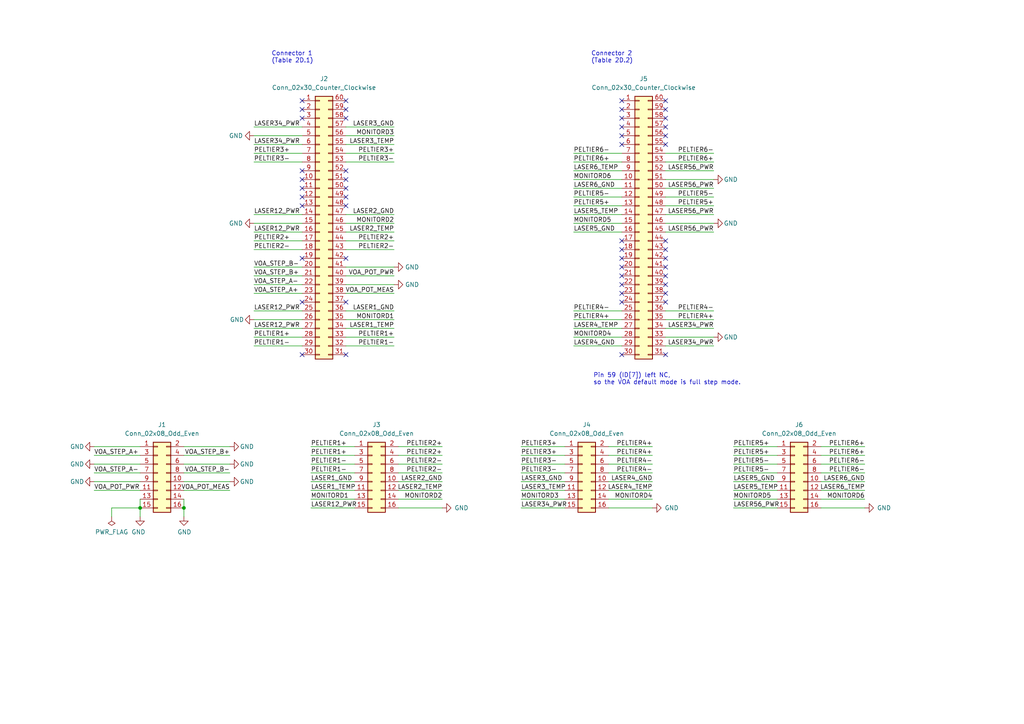
<source format=kicad_sch>
(kicad_sch (version 20230121) (generator eeschema)
  (paper "A4")
  (title_block (title "Cable board") (date "2023-06-27") (rev "3.0") (company "Designed by Márk Mihalik"))
  (lib_symbols
    (symbol "Connector_Generic:Conn_02x08_Odd_Even" (pin_names (offset 1.016) hide)
      (property "Reference" "J" (at 1.27 10.16 0))
      (property "Value" "Conn_02x08_Odd_Even" (at 1.27 -12.7 0))
      (symbol "Conn_02x08_Odd_Even_1_1"
        (rectangle (start -1.27 -10.033) (end 0 -10.287) (stroke (width 0.1524)))
        (rectangle (start -1.27 -7.493) (end 0 -7.747) (stroke (width 0.1524)))
        (rectangle (start -1.27 -4.953) (end 0 -5.207) (stroke (width 0.1524)))
        (rectangle (start -1.27 -2.413) (end 0 -2.667) (stroke (width 0.1524)))
        (rectangle (start -1.27 0.127) (end 0 -0.127) (stroke (width 0.1524)))
        (rectangle (start -1.27 2.667) (end 0 2.413) (stroke (width 0.1524)))
        (rectangle (start -1.27 5.207) (end 0 4.953) (stroke (width 0.1524)))
        (rectangle (start -1.27 7.747) (end 0 7.493) (stroke (width 0.1524)))
        (rectangle (start -1.27 8.89) (end 3.81 -11.43) (stroke (width 0.254)) (fill (type background)))
        (rectangle (start 3.81 -10.033) (end 2.54 -10.287) (stroke (width 0.1524)))
        (rectangle (start 3.81 -7.493) (end 2.54 -7.747) (stroke (width 0.1524)))
        (rectangle (start 3.81 -4.953) (end 2.54 -5.207) (stroke (width 0.1524)))
        (rectangle (start 3.81 -2.413) (end 2.54 -2.667) (stroke (width 0.1524)))
        (rectangle (start 3.81 0.127) (end 2.54 -0.127) (stroke (width 0.1524)))
        (rectangle (start 3.81 2.667) (end 2.54 2.413) (stroke (width 0.1524)))
        (rectangle (start 3.81 5.207) (end 2.54 4.953) (stroke (width 0.1524)))
        (rectangle (start 3.81 7.747) (end 2.54 7.493) (stroke (width 0.1524)))
        (pin passive line (at -5.08 7.62 0) (length 3.81) (name "Pin_1") (number "1"))
        (pin passive line (at 7.62 -2.54 180) (length 3.81) (name "Pin_10") (number "10"))
        (pin passive line (at -5.08 -5.08 0) (length 3.81) (name "Pin_11") (number "11"))
        (pin passive line (at 7.62 -5.08 180) (length 3.81) (name "Pin_12") (number "12"))
        (pin passive line (at -5.08 -7.62 0) (length 3.81) (name "Pin_13") (number "13"))
        (pin passive line (at 7.62 -7.62 180) (length 3.81) (name "Pin_14") (number "14"))
        (pin passive line (at -5.08 -10.16 0) (length 3.81) (name "Pin_15") (number "15"))
        (pin passive line (at 7.62 -10.16 180) (length 3.81) (name "Pin_16") (number "16"))
        (pin passive line (at 7.62 7.62 180) (length 3.81) (name "Pin_2") (number "2"))
        (pin passive line (at -5.08 5.08 0) (length 3.81) (name "Pin_3") (number "3"))
        (pin passive line (at 7.62 5.08 180) (length 3.81) (name "Pin_4") (number "4"))
        (pin passive line (at -5.08 2.54 0) (length 3.81) (name "Pin_5") (number "5"))
        (pin passive line (at 7.62 2.54 180) (length 3.81) (name "Pin_6") (number "6"))
        (pin passive line (at -5.08 0 0) (length 3.81) (name "Pin_7") (number "7"))
        (pin passive line (at 7.62 0 180) (length 3.81) (name "Pin_8") (number "8"))
        (pin passive line (at -5.08 -2.54 0) (length 3.81) (name "Pin_9") (number "9"))
      )
    )
    (symbol "Connector_Generic:Conn_02x30_Counter_Clockwise" (pin_names (offset 1.016) hide)
      (property "Reference" "J" (at 1.27 38.1 0))
      (property "Value" "Conn_02x30_Counter_Clockwise" (at 1.27 -40.64 0))
      (symbol "Conn_02x30_Counter_Clockwise_1_1"
        (rectangle (start -1.27 -37.973) (end 0 -38.227) (stroke (width 0.1524)))
        (rectangle (start -1.27 -35.433) (end 0 -35.687) (stroke (width 0.1524)))
        (rectangle (start -1.27 -32.893) (end 0 -33.147) (stroke (width 0.1524)))
        (rectangle (start -1.27 -30.353) (end 0 -30.607) (stroke (width 0.1524)))
        (rectangle (start -1.27 -27.813) (end 0 -28.067) (stroke (width 0.1524)))
        (rectangle (start -1.27 -25.273) (end 0 -25.527) (stroke (width 0.1524)))
        (rectangle (start -1.27 -22.733) (end 0 -22.987) (stroke (width 0.1524)))
        (rectangle (start -1.27 -20.193) (end 0 -20.447) (stroke (width 0.1524)))
        (rectangle (start -1.27 -17.653) (end 0 -17.907) (stroke (width 0.1524)))
        (rectangle (start -1.27 -15.113) (end 0 -15.367) (stroke (width 0.1524)))
        (rectangle (start -1.27 -12.573) (end 0 -12.827) (stroke (width 0.1524)))
        (rectangle (start -1.27 -10.033) (end 0 -10.287) (stroke (width 0.1524)))
        (rectangle (start -1.27 -7.493) (end 0 -7.747) (stroke (width 0.1524)))
        (rectangle (start -1.27 -4.953) (end 0 -5.207) (stroke (width 0.1524)))
        (rectangle (start -1.27 -2.413) (end 0 -2.667) (stroke (width 0.1524)))
        (rectangle (start -1.27 0.127) (end 0 -0.127) (stroke (width 0.1524)))
        (rectangle (start -1.27 2.667) (end 0 2.413) (stroke (width 0.1524)))
        (rectangle (start -1.27 5.207) (end 0 4.953) (stroke (width 0.1524)))
        (rectangle (start -1.27 7.747) (end 0 7.493) (stroke (width 0.1524)))
        (rectangle (start -1.27 10.287) (end 0 10.033) (stroke (width 0.1524)))
        (rectangle (start -1.27 12.827) (end 0 12.573) (stroke (width 0.1524)))
        (rectangle (start -1.27 15.367) (end 0 15.113) (stroke (width 0.1524)))
        (rectangle (start -1.27 17.907) (end 0 17.653) (stroke (width 0.1524)))
        (rectangle (start -1.27 20.447) (end 0 20.193) (stroke (width 0.1524)))
        (rectangle (start -1.27 22.987) (end 0 22.733) (stroke (width 0.1524)))
        (rectangle (start -1.27 25.527) (end 0 25.273) (stroke (width 0.1524)))
        (rectangle (start -1.27 28.067) (end 0 27.813) (stroke (width 0.1524)))
        (rectangle (start -1.27 30.607) (end 0 30.353) (stroke (width 0.1524)))
        (rectangle (start -1.27 33.147) (end 0 32.893) (stroke (width 0.1524)))
        (rectangle (start -1.27 35.687) (end 0 35.433) (stroke (width 0.1524)))
        (rectangle (start -1.27 36.83) (end 3.81 -39.37) (stroke (width 0.254)) (fill (type background)))
        (rectangle (start 3.81 -37.973) (end 2.54 -38.227) (stroke (width 0.1524)))
        (rectangle (start 3.81 -35.433) (end 2.54 -35.687) (stroke (width 0.1524)))
        (rectangle (start 3.81 -32.893) (end 2.54 -33.147) (stroke (width 0.1524)))
        (rectangle (start 3.81 -30.353) (end 2.54 -30.607) (stroke (width 0.1524)))
        (rectangle (start 3.81 -27.813) (end 2.54 -28.067) (stroke (width 0.1524)))
        (rectangle (start 3.81 -25.273) (end 2.54 -25.527) (stroke (width 0.1524)))
        (rectangle (start 3.81 -22.733) (end 2.54 -22.987) (stroke (width 0.1524)))
        (rectangle (start 3.81 -20.193) (end 2.54 -20.447) (stroke (width 0.1524)))
        (rectangle (start 3.81 -17.653) (end 2.54 -17.907) (stroke (width 0.1524)))
        (rectangle (start 3.81 -15.113) (end 2.54 -15.367) (stroke (width 0.1524)))
        (rectangle (start 3.81 -12.573) (end 2.54 -12.827) (stroke (width 0.1524)))
        (rectangle (start 3.81 -10.033) (end 2.54 -10.287) (stroke (width 0.1524)))
        (rectangle (start 3.81 -7.493) (end 2.54 -7.747) (stroke (width 0.1524)))
        (rectangle (start 3.81 -4.953) (end 2.54 -5.207) (stroke (width 0.1524)))
        (rectangle (start 3.81 -2.413) (end 2.54 -2.667) (stroke (width 0.1524)))
        (rectangle (start 3.81 0.127) (end 2.54 -0.127) (stroke (width 0.1524)))
        (rectangle (start 3.81 2.667) (end 2.54 2.413) (stroke (width 0.1524)))
        (rectangle (start 3.81 5.207) (end 2.54 4.953) (stroke (width 0.1524)))
        (rectangle (start 3.81 7.747) (end 2.54 7.493) (stroke (width 0.1524)))
        (rectangle (start 3.81 10.287) (end 2.54 10.033) (stroke (width 0.1524)))
        (rectangle (start 3.81 12.827) (end 2.54 12.573) (stroke (width 0.1524)))
        (rectangle (start 3.81 15.367) (end 2.54 15.113) (stroke (width 0.1524)))
        (rectangle (start 3.81 17.907) (end 2.54 17.653) (stroke (width 0.1524)))
        (rectangle (start 3.81 20.447) (end 2.54 20.193) (stroke (width 0.1524)))
        (rectangle (start 3.81 22.987) (end 2.54 22.733) (stroke (width 0.1524)))
        (rectangle (start 3.81 25.527) (end 2.54 25.273) (stroke (width 0.1524)))
        (rectangle (start 3.81 28.067) (end 2.54 27.813) (stroke (width 0.1524)))
        (rectangle (start 3.81 30.607) (end 2.54 30.353) (stroke (width 0.1524)))
        (rectangle (start 3.81 33.147) (end 2.54 32.893) (stroke (width 0.1524)))
        (rectangle (start 3.81 35.687) (end 2.54 35.433) (stroke (width 0.1524)))
        (pin passive line (at -5.08 35.56 0) (length 3.81) (name "Pin_1") (number "1"))
        (pin passive line (at -5.08 12.7 0) (length 3.81) (name "Pin_10") (number "10"))
        (pin passive line (at -5.08 10.16 0) (length 3.81) (name "Pin_11") (number "11"))
        (pin passive line (at -5.08 7.62 0) (length 3.81) (name "Pin_12") (number "12"))
        (pin passive line (at -5.08 5.08 0) (length 3.81) (name "Pin_13") (number "13"))
        (pin passive line (at -5.08 2.54 0) (length 3.81) (name "Pin_14") (number "14"))
        (pin passive line (at -5.08 0 0) (length 3.81) (name "Pin_15") (number "15"))
        (pin passive line (at -5.08 -2.54 0) (length 3.81) (name "Pin_16") (number "16"))
        (pin passive line (at -5.08 -5.08 0) (length 3.81) (name "Pin_17") (number "17"))
        (pin passive line (at -5.08 -7.62 0) (length 3.81) (name "Pin_18") (number "18"))
        (pin passive line (at -5.08 -10.16 0) (length 3.81) (name "Pin_19") (number "19"))
        (pin passive line (at -5.08 33.02 0) (length 3.81) (name "Pin_2") (number "2"))
        (pin passive line (at -5.08 -12.7 0) (length 3.81) (name "Pin_20") (number "20"))
        (pin passive line (at -5.08 -15.24 0) (length 3.81) (name "Pin_21") (number "21"))
        (pin passive line (at -5.08 -17.78 0) (length 3.81) (name "Pin_22") (number "22"))
        (pin passive line (at -5.08 -20.32 0) (length 3.81) (name "Pin_23") (number "23"))
        (pin passive line (at -5.08 -22.86 0) (length 3.81) (name "Pin_24") (number "24"))
        (pin passive line (at -5.08 -25.4 0) (length 3.81) (name "Pin_25") (number "25"))
        (pin passive line (at -5.08 -27.94 0) (length 3.81) (name "Pin_26") (number "26"))
        (pin passive line (at -5.08 -30.48 0) (length 3.81) (name "Pin_27") (number "27"))
        (pin passive line (at -5.08 -33.02 0) (length 3.81) (name "Pin_28") (number "28"))
        (pin passive line (at -5.08 -35.56 0) (length 3.81) (name "Pin_29") (number "29"))
        (pin passive line (at -5.08 30.48 0) (length 3.81) (name "Pin_3") (number "3"))
        (pin passive line (at -5.08 -38.1 0) (length 3.81) (name "Pin_30") (number "30"))
        (pin passive line (at 7.62 -38.1 180) (length 3.81) (name "Pin_31") (number "31"))
        (pin passive line (at 7.62 -35.56 180) (length 3.81) (name "Pin_32") (number "32"))
        (pin passive line (at 7.62 -33.02 180) (length 3.81) (name "Pin_33") (number "33"))
        (pin passive line (at 7.62 -30.48 180) (length 3.81) (name "Pin_34") (number "34"))
        (pin passive line (at 7.62 -27.94 180) (length 3.81) (name "Pin_35") (number "35"))
        (pin passive line (at 7.62 -25.4 180) (length 3.81) (name "Pin_36") (number "36"))
        (pin passive line (at 7.62 -22.86 180) (length 3.81) (name "Pin_37") (number "37"))
        (pin passive line (at 7.62 -20.32 180) (length 3.81) (name "Pin_38") (number "38"))
        (pin passive line (at 7.62 -17.78 180) (length 3.81) (name "Pin_39") (number "39"))
        (pin passive line (at -5.08 27.94 0) (length 3.81) (name "Pin_4") (number "4"))
        (pin passive line (at 7.62 -15.24 180) (length 3.81) (name "Pin_40") (number "40"))
        (pin passive line (at 7.62 -12.7 180) (length 3.81) (name "Pin_41") (number "41"))
        (pin passive line (at 7.62 -10.16 180) (length 3.81) (name "Pin_42") (number "42"))
        (pin passive line (at 7.62 -7.62 180) (length 3.81) (name "Pin_43") (number "43"))
        (pin passive line (at 7.62 -5.08 180) (length 3.81) (name "Pin_44") (number "44"))
        (pin passive line (at 7.62 -2.54 180) (length 3.81) (name "Pin_45") (number "45"))
        (pin passive line (at 7.62 0 180) (length 3.81) (name "Pin_46") (number "46"))
        (pin passive line (at 7.62 2.54 180) (length 3.81) (name "Pin_47") (number "47"))
        (pin passive line (at 7.62 5.08 180) (length 3.81) (name "Pin_48") (number "48"))
        (pin passive line (at 7.62 7.62 180) (length 3.81) (name "Pin_49") (number "49"))
        (pin passive line (at -5.08 25.4 0) (length 3.81) (name "Pin_5") (number "5"))
        (pin passive line (at 7.62 10.16 180) (length 3.81) (name "Pin_50") (number "50"))
        (pin passive line (at 7.62 12.7 180) (length 3.81) (name "Pin_51") (number "51"))
        (pin passive line (at 7.62 15.24 180) (length 3.81) (name "Pin_52") (number "52"))
        (pin passive line (at 7.62 17.78 180) (length 3.81) (name "Pin_53") (number "53"))
        (pin passive line (at 7.62 20.32 180) (length 3.81) (name "Pin_54") (number "54"))
        (pin passive line (at 7.62 22.86 180) (length 3.81) (name "Pin_55") (number "55"))
        (pin passive line (at 7.62 25.4 180) (length 3.81) (name "Pin_56") (number "56"))
        (pin passive line (at 7.62 27.94 180) (length 3.81) (name "Pin_57") (number "57"))
        (pin passive line (at 7.62 30.48 180) (length 3.81) (name "Pin_58") (number "58"))
        (pin passive line (at 7.62 33.02 180) (length 3.81) (name "Pin_59") (number "59"))
        (pin passive line (at -5.08 22.86 0) (length 3.81) (name "Pin_6") (number "6"))
        (pin passive line (at 7.62 35.56 180) (length 3.81) (name "Pin_60") (number "60"))
        (pin passive line (at -5.08 20.32 0) (length 3.81) (name "Pin_7") (number "7"))
        (pin passive line (at -5.08 17.78 0) (length 3.81) (name "Pin_8") (number "8"))
        (pin passive line (at -5.08 15.24 0) (length 3.81) (name "Pin_9") (number "9"))
      )
    )
    (symbol "power:GND" (power) (pin_names (offset 0))
      (property "Value" "GND" (at 0 -3.81 0))
      (symbol "GND_0_1"
        (polyline (pts (xy 0 0) (xy 0 -1.27) (xy 1.27 -1.27) (xy 0 -2.54) (xy -1.27 -1.27) (xy 0 -1.27)))
      )
      (symbol "GND_1_1"
        (pin power_in line (at 0 0 270) (length 0) hide (name "GND") (number "1"))
      )
    )
    (symbol "power:PWR_FLAG" (power) (pin_numbers hide) (pin_names (offset 0) hide)
      (property "Value" "PWR_FLAG" (at 0 3.81 0))
      (symbol "PWR_FLAG_0_0"
        (pin power_out line (at 0 0 90) (length 0) (name "pwr") (number "1"))
      )
      (symbol "PWR_FLAG_0_1"
        (polyline (pts (xy 0 0) (xy 0 1.27) (xy -1.016 1.905) (xy 0 2.54) (xy 1.016 1.905) (xy 0 1.27)))
      )
    )
  )
  (junction (at 40.64 147.32))
  (junction (at 53.34 147.32))
  (no_connect (at 193.04 102.87))
  (no_connect (at 180.34 77.47))
  (no_connect (at 193.04 82.55))
  (no_connect (at 180.34 87.63))
  (no_connect (at 193.04 87.63))
  (no_connect (at 180.34 85.09))
  (no_connect (at 193.04 85.09))
  (no_connect (at 180.34 80.01))
  (no_connect (at 193.04 80.01))
  (no_connect (at 193.04 41.91))
  (no_connect (at 193.04 74.93))
  (no_connect (at 180.34 69.85))
  (no_connect (at 180.34 102.87))
  (no_connect (at 180.34 72.39))
  (no_connect (at 100.33 57.15))
  (no_connect (at 87.63 74.93))
  (no_connect (at 87.63 29.21))
  (no_connect (at 87.63 49.53))
  (no_connect (at 87.63 59.69))
  (no_connect (at 87.63 87.63))
  (no_connect (at 87.63 102.87))
  (no_connect (at 100.33 102.87))
  (no_connect (at 100.33 87.63))
  (no_connect (at 100.33 29.21))
  (no_connect (at 100.33 74.93))
  (no_connect (at 100.33 59.69))
  (no_connect (at 100.33 49.53))
  (no_connect (at 180.34 82.55))
  (no_connect (at 87.63 34.29))
  (no_connect (at 180.34 41.91))
  (no_connect (at 180.34 31.75))
  (no_connect (at 180.34 34.29))
  (no_connect (at 180.34 36.83))
  (no_connect (at 180.34 39.37))
  (no_connect (at 193.04 39.37))
  (no_connect (at 193.04 36.83))
  (no_connect (at 193.04 34.29))
  (no_connect (at 193.04 31.75))
  (no_connect (at 87.63 52.07))
  (no_connect (at 87.63 31.75))
  (no_connect (at 100.33 31.75))
  (no_connect (at 87.63 54.61))
  (no_connect (at 100.33 34.29))
  (no_connect (at 87.63 57.15))
  (no_connect (at 180.34 29.21))
  (no_connect (at 193.04 29.21))
  (no_connect (at 180.34 74.93))
  (no_connect (at 193.04 77.47))
  (no_connect (at 193.04 72.39))
  (no_connect (at 100.33 52.07))
  (no_connect (at 193.04 69.85))
  (no_connect (at 100.33 54.61))
  (wire (pts (xy 90.17 147.32) (xy 102.87 147.32)))
  (wire (pts (xy 102.87 132.08) (xy 90.17 132.08)))
  (wire (pts (xy 115.57 129.54) (xy 128.27 129.54)))
  (wire (pts (xy 166.37 52.07) (xy 180.34 52.07)))
  (wire (pts (xy 238.125 132.08) (xy 250.825 132.08)))
  (wire (pts (xy 238.125 139.7) (xy 250.825 139.7)))
  (wire (pts (xy 40.64 144.78) (xy 40.64 147.32)))
  (wire (pts (xy 73.66 67.31) (xy 87.63 67.31)))
  (wire (pts (xy 193.04 90.17) (xy 207.01 90.17)))
  (wire (pts (xy 166.37 46.99) (xy 180.34 46.99)))
  (wire (pts (xy 166.37 97.79) (xy 180.34 97.79)))
  (wire (pts (xy 27.305 134.62) (xy 40.64 134.62)))
  (wire (pts (xy 151.13 147.32) (xy 163.83 147.32)))
  (wire (pts (xy 163.83 139.7) (xy 151.13 139.7)))
  (wire (pts (xy 40.64 132.08) (xy 27.305 132.08)))
  (wire (pts (xy 163.83 134.62) (xy 151.13 134.62)))
  (wire (pts (xy 163.83 142.24) (xy 151.13 142.24)))
  (wire (pts (xy 115.57 142.24) (xy 128.27 142.24)))
  (wire (pts (xy 73.66 64.77) (xy 87.63 64.77)))
  (wire (pts (xy 53.34 144.78) (xy 53.34 147.32)))
  (wire (pts (xy 102.87 142.24) (xy 90.17 142.24)))
  (wire (pts (xy 176.53 144.78) (xy 189.23 144.78)))
  (wire (pts (xy 73.66 95.25) (xy 87.63 95.25)))
  (wire (pts (xy 102.87 134.62) (xy 90.17 134.62)))
  (wire (pts (xy 212.725 147.32) (xy 225.425 147.32)))
  (wire (pts (xy 193.04 59.69) (xy 207.01 59.69)))
  (wire (pts (xy 100.33 62.23) (xy 114.3 62.23)))
  (wire (pts (xy 212.725 144.78) (xy 225.425 144.78)))
  (wire (pts (xy 100.33 100.33) (xy 114.3 100.33)))
  (wire (pts (xy 193.04 92.71) (xy 207.01 92.71)))
  (wire (pts (xy 73.66 62.23) (xy 87.63 62.23)))
  (wire (pts (xy 225.425 132.08) (xy 212.725 132.08)))
  (wire (pts (xy 115.57 134.62) (xy 128.27 134.62)))
  (wire (pts (xy 100.33 69.85) (xy 114.3 69.85)))
  (wire (pts (xy 238.125 144.78) (xy 250.825 144.78)))
  (wire (pts (xy 225.425 129.54) (xy 212.725 129.54)))
  (wire (pts (xy 66.675 134.62) (xy 53.34 134.62)))
  (wire (pts (xy 100.33 36.83) (xy 114.3 36.83)))
  (wire (pts (xy 73.66 69.85) (xy 87.63 69.85)))
  (wire (pts (xy 53.34 137.16) (xy 66.675 137.16)))
  (wire (pts (xy 166.37 100.33) (xy 180.34 100.33)))
  (wire (pts (xy 102.87 139.7) (xy 90.17 139.7)))
  (wire (pts (xy 166.37 90.17) (xy 180.34 90.17)))
  (wire (pts (xy 66.675 139.7) (xy 53.34 139.7)))
  (wire (pts (xy 73.66 41.91) (xy 87.63 41.91)))
  (wire (pts (xy 73.66 77.47) (xy 87.63 77.47)))
  (wire (pts (xy 53.34 132.08) (xy 66.675 132.08)))
  (wire (pts (xy 207.01 100.33) (xy 193.04 100.33)))
  (wire (pts (xy 115.57 137.16) (xy 128.27 137.16)))
  (wire (pts (xy 163.83 132.08) (xy 151.13 132.08)))
  (wire (pts (xy 73.66 46.99) (xy 87.63 46.99)))
  (wire (pts (xy 166.37 95.25) (xy 180.34 95.25)))
  (wire (pts (xy 193.04 46.99) (xy 207.01 46.99)))
  (wire (pts (xy 225.425 137.16) (xy 212.725 137.16)))
  (wire (pts (xy 238.125 134.62) (xy 250.825 134.62)))
  (wire (pts (xy 100.33 90.17) (xy 114.3 90.17)))
  (wire (pts (xy 207.01 67.31) (xy 193.04 67.31)))
  (wire (pts (xy 32.385 149.86) (xy 32.385 147.32)))
  (wire (pts (xy 166.37 54.61) (xy 180.34 54.61)))
  (wire (pts (xy 238.125 129.54) (xy 250.825 129.54)))
  (wire (pts (xy 100.33 39.37) (xy 114.3 39.37)))
  (wire (pts (xy 100.33 97.79) (xy 114.3 97.79)))
  (wire (pts (xy 100.33 92.71) (xy 114.3 92.71)))
  (wire (pts (xy 40.64 142.24) (xy 27.305 142.24)))
  (wire (pts (xy 27.305 139.7) (xy 40.64 139.7)))
  (wire (pts (xy 73.66 90.17) (xy 87.63 90.17)))
  (wire (pts (xy 32.385 147.32) (xy 40.64 147.32)))
  (wire (pts (xy 100.33 85.09) (xy 114.3 85.09)))
  (wire (pts (xy 176.53 137.16) (xy 189.23 137.16)))
  (wire (pts (xy 27.305 129.54) (xy 40.64 129.54)))
  (wire (pts (xy 207.01 54.61) (xy 193.04 54.61)))
  (wire (pts (xy 176.53 139.7) (xy 189.23 139.7)))
  (wire (pts (xy 115.57 139.7) (xy 128.27 139.7)))
  (wire (pts (xy 238.125 137.16) (xy 250.825 137.16)))
  (wire (pts (xy 115.57 144.78) (xy 128.27 144.78)))
  (wire (pts (xy 193.04 64.77) (xy 207.01 64.77)))
  (wire (pts (xy 100.33 82.55) (xy 114.3 82.55)))
  (wire (pts (xy 87.63 80.01) (xy 73.66 80.01)))
  (wire (pts (xy 53.34 149.86) (xy 53.34 147.32)))
  (wire (pts (xy 166.37 67.31) (xy 180.34 67.31)))
  (wire (pts (xy 193.04 49.53) (xy 207.01 49.53)))
  (wire (pts (xy 176.53 134.62) (xy 189.23 134.62)))
  (wire (pts (xy 176.53 132.08) (xy 189.23 132.08)))
  (wire (pts (xy 238.125 142.24) (xy 250.825 142.24)))
  (wire (pts (xy 100.33 77.47) (xy 114.3 77.47)))
  (wire (pts (xy 166.37 59.69) (xy 180.34 59.69)))
  (wire (pts (xy 250.825 147.32) (xy 238.125 147.32)))
  (wire (pts (xy 40.64 137.16) (xy 27.305 137.16)))
  (wire (pts (xy 176.53 142.24) (xy 189.23 142.24)))
  (wire (pts (xy 90.17 144.78) (xy 102.87 144.78)))
  (wire (pts (xy 73.66 39.37) (xy 87.63 39.37)))
  (wire (pts (xy 166.37 92.71) (xy 180.34 92.71)))
  (wire (pts (xy 166.37 64.77) (xy 180.34 64.77)))
  (wire (pts (xy 193.04 52.07) (xy 207.01 52.07)))
  (wire (pts (xy 166.37 49.53) (xy 180.34 49.53)))
  (wire (pts (xy 163.83 129.54) (xy 151.13 129.54)))
  (wire (pts (xy 115.57 132.08) (xy 128.27 132.08)))
  (wire (pts (xy 102.87 137.16) (xy 90.17 137.16)))
  (wire (pts (xy 151.13 144.78) (xy 163.83 144.78)))
  (wire (pts (xy 225.425 134.62) (xy 212.725 134.62)))
  (wire (pts (xy 100.33 95.25) (xy 114.3 95.25)))
  (wire (pts (xy 87.63 82.55) (xy 73.66 82.55)))
  (wire (pts (xy 193.04 44.45) (xy 207.01 44.45)))
  (wire (pts (xy 225.425 139.7) (xy 212.725 139.7)))
  (wire (pts (xy 166.37 62.23) (xy 180.34 62.23)))
  (wire (pts (xy 100.33 46.99) (xy 114.3 46.99)))
  (wire (pts (xy 87.63 85.09) (xy 73.66 85.09)))
  (wire (pts (xy 100.33 44.45) (xy 114.3 44.45)))
  (wire (pts (xy 73.66 44.45) (xy 87.63 44.45)))
  (wire (pts (xy 225.425 142.24) (xy 212.725 142.24)))
  (wire (pts (xy 66.675 129.54) (xy 53.34 129.54)))
  (wire (pts (xy 66.675 142.24) (xy 53.34 142.24)))
  (wire (pts (xy 73.66 36.83) (xy 87.63 36.83)))
  (wire (pts (xy 73.66 100.33) (xy 87.63 100.33)))
  (wire (pts (xy 207.01 62.23) (xy 193.04 62.23)))
  (wire (pts (xy 100.33 67.31) (xy 114.3 67.31)))
  (wire (pts (xy 73.66 92.71) (xy 87.63 92.71)))
  (wire (pts (xy 40.64 149.86) (xy 40.64 147.32)))
  (wire (pts (xy 100.33 41.91) (xy 114.3 41.91)))
  (wire (pts (xy 176.53 129.54) (xy 189.23 129.54)))
  (wire (pts (xy 207.01 95.25) (xy 193.04 95.25)))
  (wire (pts (xy 189.23 147.32) (xy 176.53 147.32)))
  (wire (pts (xy 100.33 64.77) (xy 114.3 64.77)))
  (wire (pts (xy 163.83 137.16) (xy 151.13 137.16)))
  (wire (pts (xy 166.37 57.15) (xy 180.34 57.15)))
  (wire (pts (xy 128.27 147.32) (xy 115.57 147.32)))
  (wire (pts (xy 193.04 57.15) (xy 207.01 57.15)))
  (wire (pts (xy 166.37 44.45) (xy 180.34 44.45)))
  (wire (pts (xy 102.87 129.54) (xy 90.17 129.54)))
  (wire (pts (xy 100.33 80.01) (xy 114.3 80.01)))
  (wire (pts (xy 193.04 97.79) (xy 207.01 97.79)))
  (wire (pts (xy 73.66 72.39) (xy 87.63 72.39)))
  (wire (pts (xy 100.33 72.39) (xy 114.3 72.39)))
  (wire (pts (xy 73.66 97.79) (xy 87.63 97.79)))
  (text "Connector 1\n(Table 2D.1)" (at 78.74 18.415 0) (effects (font (size 1.27 1.27)) (justify left bottom)))
  (text "Connector 2\n(Table 2D.2)" (at 171.45 18.415 0) (effects (font (size 1.27 1.27)) (justify left bottom)))
  (text "Pin 59 (ID[7]) left NC, \nso the VOA default mode is full step mode." (at 172.085 111.76 0) (effects (font (size 1.27 1.27)) (justify left bottom)))
  (label "LASER5_GND" (at 166.37 67.31 0))
  (label "PELTIER4-" (at 189.23 134.62 180))
  (label "LASER34_PWR" (at 151.13 147.32 0))
  (label "PELTIER5+" (at 207.01 59.69 180))
  (label "LASER6_GND" (at 166.37 54.61 0))
  (label "VOA_POT_PWR" (at 114.3 80.01 180))
  (label "PELTIER3+" (at 151.13 132.08 0))
  (label "PELTIER3-" (at 151.13 137.16 0))
  (label "LASER1_GND" (at 114.3 90.17 180))
  (label "PELTIER2-" (at 73.66 72.39 0))
  (label "PELTIER1-" (at 90.17 137.16 0))
  (label "LASER34_PWR" (at 73.66 41.91 0))
  (label "LASER5_TEMP" (at 166.37 62.23 0))
  (label "PELTIER5-" (at 207.01 57.15 180))
  (label "PELTIER3+" (at 151.13 129.54 0))
  (label "PELTIER6-" (at 207.01 44.45 180))
  (label "VOA_POT_MEAS" (at 114.3 85.09 180))
  (label "PELTIER5+" (at 212.725 132.08 0))
  (label "LASER12_PWR" (at 90.17 147.32 0))
  (label "LASER5_GND" (at 212.725 139.7 0))
  (label "PELTIER2+" (at 128.27 132.08 180))
  (label "LASER56_PWR" (at 207.01 54.61 180))
  (label "VOA_STEP_A+" (at 73.66 85.09 0))
  (label "PELTIER5+" (at 212.725 129.54 0))
  (label "PELTIER4-" (at 207.01 90.17 180))
  (label "PELTIER3+" (at 73.66 44.45 0))
  (label "PELTIER3-" (at 151.13 134.62 0))
  (label "PELTIER1+" (at 90.17 129.54 0))
  (label "MONITORD2" (at 114.3 64.77 180))
  (label "MONITORD1" (at 114.3 92.71 180))
  (label "LASER12_PWR" (at 73.66 67.31 0))
  (label "PELTIER4+" (at 189.23 129.54 180))
  (label "LASER2_TEMP" (at 128.27 142.24 180))
  (label "PELTIER6-" (at 250.825 134.62 180))
  (label "PELTIER1-" (at 114.3 100.33 180))
  (label "LASER4_TEMP" (at 189.23 142.24 180))
  (label "VOA_POT_PWR" (at 27.305 142.24 0))
  (label "LASER4_GND" (at 189.23 139.7 180))
  (label "LASER1_TEMP" (at 114.3 95.25 180))
  (label "LASER6_TEMP" (at 166.37 49.53 0))
  (label "LASER4_GND" (at 166.37 100.33 0))
  (label "LASER56_PWR" (at 207.01 49.53 180))
  (label "PELTIER1+" (at 114.3 97.79 180))
  (label "LASER12_PWR" (at 73.66 62.23 0))
  (label "PELTIER5-" (at 212.725 137.16 0))
  (label "PELTIER1-" (at 90.17 134.62 0))
  (label "PELTIER2+" (at 128.27 129.54 180))
  (label "PELTIER1+" (at 73.66 97.79 0))
  (label "PELTIER1-" (at 73.66 100.33 0))
  (label "PELTIER3-" (at 73.66 46.99 0))
  (label "PELTIER2-" (at 128.27 134.62 180))
  (label "PELTIER2-" (at 114.3 72.39 180))
  (label "VOA_STEP_B-" (at 66.675 137.16 180))
  (label "MONITORD6" (at 250.825 144.78 180))
  (label "LASER5_TEMP" (at 212.725 142.24 0))
  (label "LASER56_PWR" (at 212.725 147.32 0))
  (label "PELTIER4+" (at 189.23 132.08 180))
  (label "LASER2_GND" (at 128.27 139.7 180))
  (label "LASER3_TEMP" (at 114.3 41.91 180))
  (label "LASER6_TEMP" (at 250.825 142.24 180))
  (label "LASER56_PWR" (at 207.01 67.31 180))
  (label "PELTIER4-" (at 166.37 90.17 0))
  (label "PELTIER5+" (at 166.37 59.69 0))
  (label "MONITORD5" (at 212.725 144.78 0))
  (label "MONITORD2" (at 128.27 144.78 180))
  (label "MONITORD5" (at 166.37 64.77 0))
  (label "PELTIER4-" (at 189.23 137.16 180))
  (label "LASER56_PWR" (at 207.01 62.23 180))
  (label "LASER34_PWR" (at 207.01 100.33 180))
  (label "VOA_STEP_A-" (at 73.66 82.55 0))
  (label "LASER3_GND" (at 151.13 139.7 0))
  (label "PELTIER2+" (at 73.66 69.85 0))
  (label "PELTIER6-" (at 166.37 44.45 0))
  (label "VOA_STEP_B+" (at 73.66 80.01 0))
  (label "LASER1_TEMP" (at 90.17 142.24 0))
  (label "PELTIER6+" (at 166.37 46.99 0))
  (label "MONITORD4" (at 166.37 97.79 0))
  (label "VOA_POT_MEAS" (at 66.675 142.24 180))
  (label "PELTIER5-" (at 166.37 57.15 0))
  (label "PELTIER6+" (at 207.01 46.99 180))
  (label "LASER2_GND" (at 114.3 62.23 180))
  (label "VOA_STEP_B+" (at 66.675 132.08 180))
  (label "PELTIER1+" (at 90.17 132.08 0))
  (label "PELTIER6+" (at 250.825 129.54 180))
  (label "LASER1_GND" (at 90.17 139.7 0))
  (label "PELTIER2-" (at 128.27 137.16 180))
  (label "LASER3_GND" (at 114.3 36.83 180))
  (label "VOA_STEP_A-" (at 27.305 137.16 0))
  (label "LASER2_TEMP" (at 114.3 67.31 180))
  (label "LASER4_TEMP" (at 166.37 95.25 0))
  (label "MONITORD3" (at 151.13 144.78 0))
  (label "PELTIER4+" (at 207.01 92.71 180))
  (label "PELTIER6+" (at 250.825 132.08 180))
  (label "MONITORD4" (at 189.23 144.78 180))
  (label "LASER34_PWR" (at 207.01 95.25 180))
  (label "LASER12_PWR" (at 73.66 90.17 0))
  (label "LASER3_TEMP" (at 151.13 142.24 0))
  (label "VOA_STEP_A+" (at 27.305 132.08 0))
  (label "MONITORD6" (at 166.37 52.07 0))
  (label "LASER6_GND" (at 250.825 139.7 180))
  (label "PELTIER3-" (at 114.3 46.99 180))
  (label "PELTIER5-" (at 212.725 134.62 0))
  (label "PELTIER3+" (at 114.3 44.45 180))
  (label "MONITORD1" (at 90.17 144.78 0))
  (label "LASER12_PWR" (at 73.66 95.25 0))
  (label "LASER34_PWR" (at 73.66 36.83 0))
  (label "MONITORD3" (at 114.3 39.37 180))
  (label "PELTIER2+" (at 114.3 69.85 180))
  (label "PELTIER6-" (at 250.825 137.16 180))
  (label "PELTIER4+" (at 166.37 92.71 0))
  (label "VOA_STEP_B-" (at 73.66 77.47 0))
  (symbol (lib_id "Connector_Generic:Conn_02x30_Counter_Clockwise") (at 92.71 64.77 0) (unit 1)
    (property "Reference" "J2" (at 93.98 22.86 0))
    (property "Value" "Conn_02x30_Counter_Clockwise" (at 93.98 25.4 0))
    (property "Footprint" "Connector_IDC:IDC-Header_2x30_P2.54mm_Latch_Vertical" (effects hide))
  )
  (symbol (lib_id "Connector_Generic:Conn_02x08_Odd_Even") (at 168.91 137.16 0) (unit 1)
    (property "Reference" "J4" (at 170.18 123.19 0))
    (property "Value" "Conn_02x08_Odd_Even" (at 170.18 125.73 0))
    (property "Footprint" "Connector_IDC:IDC-Header_2x08_P2.54mm_Latch_Vertical" (effects hide))
    (property "Lomex" "43-01-07" (effects hide))
  )
  (symbol (lib_id "power:GND") (at 250.825 147.32 90) (mirror x) (unit 1)
    (property "Reference" "#PWR037" (effects hide))
    (property "Value" "GND" (at 258.445 147.32 90) (effects (justify left)))
  )
  (symbol (lib_id "power:GND") (at 73.66 39.37 270) (mirror x) (unit 1)
    (property "Reference" "#PWR017" (effects hide))
    (property "Value" "GND" (at 70.485 39.3699 90) (effects (justify right)))
  )
  (symbol (lib_id "Connector_Generic:Conn_02x30_Counter_Clockwise") (at 185.42 64.77 0) (unit 1)
    (property "Reference" "J5" (at 186.69 22.86 0))
    (property "Value" "Conn_02x30_Counter_Clockwise" (at 186.69 25.4 0))
    (property "Footprint" "Connector_IDC:IDC-Header_2x30_P2.54mm_Latch_Vertical" (effects hide))
  )
  (symbol (lib_id "power:GND") (at 207.01 97.79 90) (mirror x) (unit 1)
    (property "Reference" "#PWR027" (effects hide))
    (property "Value" "GND" (at 213.995 97.79 90) (effects (justify left)))
  )
  (symbol (lib_id "power:PWR_FLAG") (at 32.385 149.86 0) (mirror x) (unit 1)
    (property "Reference" "#FLG01" (effects hide))
    (property "Value" "PWR_FLAG" (at 32.385 154.305 0))
  )
  (symbol (lib_id "power:GND") (at 40.64 149.86 0) (unit 1)
    (property "Reference" "#PWR04" (effects hide))
    (property "Value" "GND" (at 38.1 154.305 0) (effects (justify left)))
  )
  (symbol (lib_id "power:GND") (at 189.23 147.32 90) (mirror x) (unit 1)
    (property "Reference" "#PWR028" (effects hide))
    (property "Value" "GND" (at 196.85 147.32 90) (effects (justify left)))
  )
  (symbol (lib_id "power:GND") (at 27.305 139.7 270) (unit 1)
    (property "Reference" "#PWR03" (effects hide))
    (property "Value" "GND" (at 20.32 139.7 90) (effects (justify left)))
  )
  (symbol (lib_id "power:GND") (at 128.27 147.32 90) (mirror x) (unit 1)
    (property "Reference" "#PWR022" (effects hide))
    (property "Value" "GND" (at 135.89 147.32 90) (effects (justify left)))
  )
  (symbol (lib_id "power:GND") (at 66.675 134.62 90) (unit 1)
    (property "Reference" "#PWR07" (effects hide))
    (property "Value" "GND" (at 73.66 134.62 90) (effects (justify left)))
  )
  (symbol (lib_id "power:GND") (at 53.34 149.86 0) (unit 1)
    (property "Reference" "#PWR05" (effects hide))
    (property "Value" "GND" (at 51.435 154.305 0) (effects (justify left)))
  )
  (symbol (lib_id "power:GND") (at 73.66 92.71 270) (unit 1)
    (property "Reference" "#PWR021" (effects hide))
    (property "Value" "GND" (at 66.675 92.71 90) (effects (justify left)))
  )
  (symbol (lib_id "power:GND") (at 66.675 129.54 90) (unit 1)
    (property "Reference" "#PWR06" (effects hide))
    (property "Value" "GND" (at 73.66 129.54 90) (effects (justify left)))
  )
  (symbol (lib_id "power:GND") (at 114.3 77.47 90) (unit 1)
    (property "Reference" "#PWR019" (effects hide))
    (property "Value" "GND" (at 117.475 77.4699 90) (effects (justify right)))
  )
  (symbol (lib_id "power:GND") (at 207.01 52.07 90) (unit 1)
    (property "Reference" "#PWR024" (effects hide))
    (property "Value" "GND" (at 213.995 52.07 90) (effects (justify left)))
  )
  (symbol (lib_id "power:GND") (at 207.01 64.77 90) (mirror x) (unit 1)
    (property "Reference" "#PWR025" (effects hide))
    (property "Value" "GND" (at 213.995 64.77 90) (effects (justify left)))
  )
  (symbol (lib_id "power:GND") (at 66.675 139.7 90) (unit 1)
    (property "Reference" "#PWR08" (effects hide))
    (property "Value" "GND" (at 73.66 139.7 90) (effects (justify left)))
  )
  (symbol (lib_id "power:GND") (at 27.305 134.62 270) (unit 1)
    (property "Reference" "#PWR02" (effects hide))
    (property "Value" "GND" (at 20.32 134.62 90) (effects (justify left)))
  )
  (symbol (lib_id "Connector_Generic:Conn_02x08_Odd_Even") (at 107.95 137.16 0) (unit 1)
    (property "Reference" "J3" (at 109.22 123.19 0))
    (property "Value" "Conn_02x08_Odd_Even" (at 109.22 125.73 0))
    (property "Footprint" "Connector_IDC:IDC-Header_2x08_P2.54mm_Latch_Vertical" (effects hide))
    (property "Lomex" "43-01-07" (effects hide))
  )
  (symbol (lib_id "Connector_Generic:Conn_02x08_Odd_Even") (at 230.505 137.16 0) (unit 1)
    (property "Reference" "J6" (at 231.775 123.19 0))
    (property "Value" "Conn_02x08_Odd_Even" (at 231.775 125.73 0))
    (property "Footprint" "Connector_IDC:IDC-Header_2x08_P2.54mm_Latch_Vertical" (effects hide))
    (property "Lomex" "43-01-07" (effects hide))
  )
  (symbol (lib_id "power:GND") (at 114.3 82.55 90) (unit 1)
    (property "Reference" "#PWR020" (effects hide))
    (property "Value" "GND" (at 117.475 82.5499 90) (effects (justify right)))
  )
  (symbol (lib_id "power:GND") (at 27.305 129.54 270) (unit 1)
    (property "Reference" "#PWR01" (effects hide))
    (property "Value" "GND" (at 20.32 129.54 90) (effects (justify left)))
  )
  (symbol (lib_id "power:GND") (at 73.66 64.77 270) (unit 1)
    (property "Reference" "#PWR018" (effects hide))
    (property "Value" "GND" (at 70.485 64.7701 90) (effects (justify right)))
  )
  (symbol (lib_id "Connector_Generic:Conn_02x08_Odd_Even") (at 45.72 137.16 0) (unit 1)
    (property "Reference" "J1" (at 46.99 123.19 0))
    (property "Value" "Conn_02x08_Odd_Even" (at 46.99 125.73 0))
    (property "Footprint" "Connector_IDC:IDC-Header_2x08_P2.54mm_Latch_Vertical" (effects hide))
  )
)
</source>
